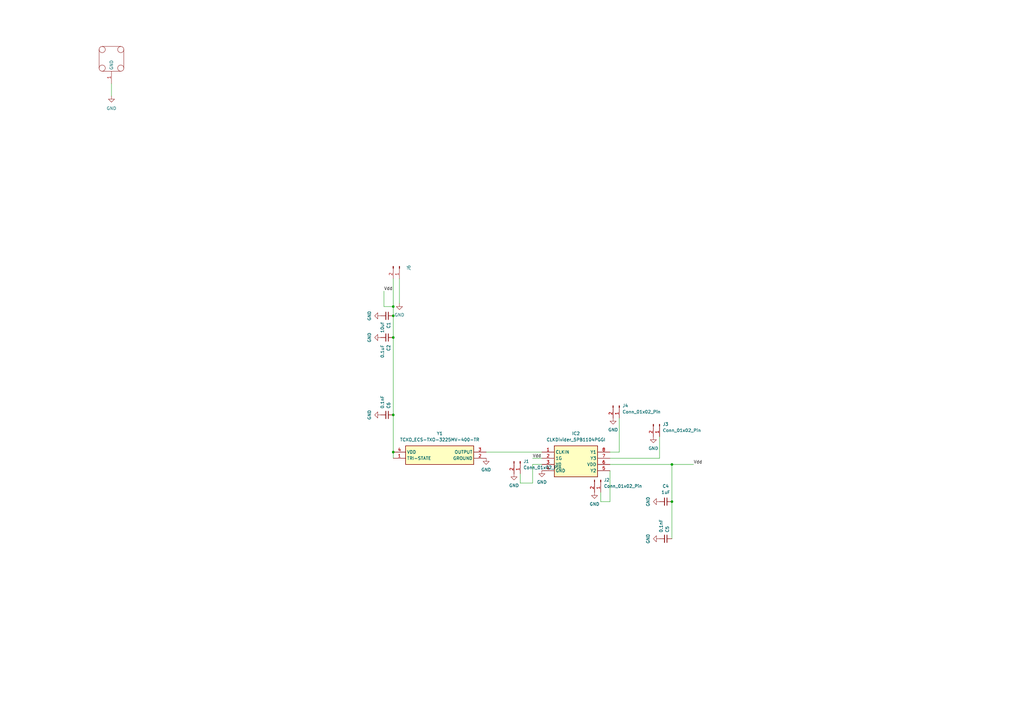
<source format=kicad_sch>
(kicad_sch (version 20231120) (generator "eeschema") (generator_version "8.0")
  (paper "A3")
  (lib_symbols
    (symbol "Connector:Conn_01x02_Pin" (pin_names (offset 1.016) hide)
      (property "Reference" "J" (at 0 2.54 0))
      (property "Value" "Conn_01x02_Pin" (at 0 -5.08 0))
      (symbol "Conn_01x02_Pin_1_1"
        (polyline (pts (xy 1.27 -2.54) (xy 0.8636 -2.54)) (stroke (width 0.1524)))
        (polyline (pts (xy 1.27 0) (xy 0.8636 0)) (stroke (width 0.1524)))
        (rectangle (start 0.8636 -2.413) (end 0 -2.667) (stroke (width 0.1524)) (fill (type outline)))
        (rectangle (start 0.8636 0.127) (end 0 -0.127) (stroke (width 0.1524)) (fill (type outline)))
        (pin passive line (at 5.08 0 180) (length 3.81) (name "Pin_1") (number "1"))
        (pin passive line (at 5.08 -2.54 180) (length 3.81) (name "Pin_2") (number "2"))
      )
    )
    (symbol "Device:C_Small" (pin_numbers hide) (pin_names (offset 0.254) hide)
      (property "Reference" "C" (at 0.254 1.778 0))
      (property "Value" "C_Small" (at 0.254 -2.032 0))
      (symbol "C_Small_0_1"
        (polyline (pts (xy -1.524 -0.508) (xy 1.524 -0.508)) (stroke (width 0.3302)))
        (polyline (pts (xy -1.524 0.508) (xy 1.524 0.508)) (stroke (width 0.3048)))
      )
      (symbol "C_Small_1_1"
        (pin passive line (at 0 2.54 270) (length 2.032) (name "~") (number "1"))
        (pin passive line (at 0 -2.54 90) (length 2.032) (name "~") (number "2"))
      )
    )
    (symbol "MUSIC_LAB:CLKDivider_5PB1104PGGI"
      (property "Reference" "IC" (at 11.938 7.874 0))
      (property "Value" "CLKDivider_5PB1104PGGI" (at 3.302 4.826 0))
      (symbol "CLKDivider_5PB1104PGGI_1_1"
        (rectangle (start 5.08 2.54) (end 22.86 -10.16) (stroke (width 0.254)) (fill (type background)))
        (pin passive line (at 0 0 0) (length 5.08) (name "CLKIN") (number "1"))
        (pin passive line (at 0 -2.54 0) (length 5.08) (name "1G") (number "2"))
        (pin passive line (at 0 -5.08 0) (length 5.08) (name "Y0") (number "3"))
        (pin passive line (at 0 -7.62 0) (length 5.08) (name "GND") (number "4"))
        (pin passive line (at 27.94 -7.62 180) (length 5.08) (name "Y2") (number "5"))
        (pin passive line (at 27.94 -5.08 180) (length 5.08) (name "VDD") (number "6"))
        (pin passive line (at 27.94 -2.54 180) (length 5.08) (name "Y3") (number "7"))
        (pin passive line (at 27.94 0 180) (length 5.08) (name "Y1") (number "8"))
      )
    )
    (symbol "MUSIC_LAB:TCXO_ECS-TXO-3225MV-400-TR"
      (property "Reference" "Y" (at 34.29 7.62 0))
      (property "Value" "TCXO_ECS-TXO-3225MV-400-TR" (at 34.29 5.08 0))
      (symbol "TCXO_ECS-TXO-3225MV-400-TR_1_1"
        (rectangle (start 5.08 2.54) (end 33.02 -5.08) (stroke (width 0.254)) (fill (type background)))
        (pin passive line (at 0 -2.54 0) (length 5.08) (name "TRI-STATE") (number "1"))
        (pin passive line (at 38.1 -2.54 180) (length 5.08) (name "GROUND") (number "2"))
        (pin passive line (at 38.1 0 180) (length 5.08) (name "OUTPUT") (number "3"))
        (pin passive line (at 0 0 0) (length 5.08) (name "VDD") (number "4"))
      )
    )
    (symbol "Radar:outline"
      (property "Reference" "outline" (at 0 6.35 0))
      (symbol "outline_0_1"
        (circle (center -3.81 -3.81) (radius 1.27))
        (circle (center -3.81 3.81) (radius 1.27))
        (polyline (pts (xy -5.08 3.81) (xy -5.08 -3.81)))
        (polyline (pts (xy -3.81 -5.08) (xy 3.81 -5.08)))
        (polyline (pts (xy 3.81 5.08) (xy -3.81 5.08)))
        (polyline (pts (xy 5.08 3.81) (xy 5.08 -3.81)))
        (circle (center 3.81 -3.81) (radius 1.27))
        (circle (center 3.81 3.81) (radius 1.27))
      )
      (symbol "outline_1_1"
        (pin free line (at -10.16 0 0) (length 5.08) (name "GND") (number "1"))
      )
    )
    (symbol "power:GND" (power) (pin_names (offset 0))
      (property "Value" "GND" (at 0 -3.81 0))
      (symbol "GND_0_1"
        (polyline (pts (xy 0 0) (xy 0 -1.27) (xy 1.27 -1.27) (xy 0 -2.54) (xy -1.27 -1.27) (xy 0 -1.27)))
      )
      (symbol "GND_1_1"
        (pin power_in line (at 0 0 270) (length 0) hide (name "GND") (number "1"))
      )
    )
  )
  (junction (at 161.29 138.43))
  (junction (at 161.29 129.54))
  (junction (at 161.29 170.18))
  (junction (at 275.59 205.74))
  (junction (at 161.29 125.73))
  (junction (at 161.29 185.42))
  (junction (at 275.59 190.5))
  (wire (pts (xy 275.59 190.5) (xy 284.48 190.5)))
  (wire (pts (xy 270.51 179.07) (xy 270.51 187.96)))
  (wire (pts (xy 161.29 129.54) (xy 161.29 138.43)))
  (wire (pts (xy 161.29 170.18) (xy 161.29 185.42)))
  (wire (pts (xy 161.29 185.42) (xy 161.29 187.96)))
  (wire (pts (xy 218.44 198.12) (xy 218.44 190.5)))
  (wire (pts (xy 275.59 190.5) (xy 275.59 205.74)))
  (wire (pts (xy 250.19 190.5) (xy 275.59 190.5)))
  (wire (pts (xy 218.44 187.96) (xy 222.25 187.96)))
  (wire (pts (xy 250.19 185.42) (xy 254 185.42)))
  (wire (pts (xy 213.36 198.12) (xy 218.44 198.12)))
  (wire (pts (xy 270.51 187.96) (xy 250.19 187.96)))
  (wire (pts (xy 45.72 34.29) (xy 45.72 39.37)))
  (wire (pts (xy 161.29 138.43) (xy 161.29 170.18)))
  (wire (pts (xy 199.39 185.42) (xy 222.25 185.42)))
  (wire (pts (xy 161.29 125.73) (xy 161.29 129.54)))
  (wire (pts (xy 161.29 114.3) (xy 161.29 125.73)))
  (wire (pts (xy 246.38 201.93) (xy 246.38 205.74)))
  (wire (pts (xy 246.38 205.74) (xy 250.19 205.74)))
  (wire (pts (xy 254 171.45) (xy 254 185.42)))
  (wire (pts (xy 157.48 125.73) (xy 161.29 125.73)))
  (wire (pts (xy 213.36 194.31) (xy 213.36 198.12)))
  (wire (pts (xy 218.44 190.5) (xy 222.25 190.5)))
  (wire (pts (xy 275.59 205.74) (xy 275.59 220.98)))
  (wire (pts (xy 163.83 114.3) (xy 163.83 124.46)))
  (wire (pts (xy 157.48 119.38) (xy 157.48 125.73)))
  (wire (pts (xy 250.19 205.74) (xy 250.19 193.04)))
  (label "Vdd" (at 157.48 119.38 0))
  (label "Vdd" (at 284.48 190.5 0))
  (label "Vdd" (at 218.44 187.96 0))
  (symbol (lib_id "power:GND") (at 270.51 205.74 270) (unit 1)
    (property "Reference" "#PWR08" (effects (hide yes)))
    (property "Value" "GND" (at 265.811 205.74 0))
  )
  (symbol (lib_id "Connector:Conn_01x02_Pin") (at 163.83 109.22 270) (unit 1)
    (property "Reference" "J6" (at 167.64 109.855 0))
    (property "Value" "Conn_01x02_Pin" (effects (hide yes)))
    (property "Footprint" "Connector_JST:JST_XH_B2B-XH-A_1x02_P2.50mm_Vertical" (effects (hide yes)))
  )
  (symbol (lib_id "Device:C_Small") (at 158.75 138.43 270) (unit 1)
    (property "Reference" "C2" (at 159.3787 141.351 0) (effects (justify left)))
    (property "Value" "0.1uF" (at 156.8387 141.351 0) (effects (justify left)))
    (property "Footprint" "Capacitor_SMD:C_0603_1608Metric" (effects (hide yes)))
  )
  (symbol (lib_id "power:GND") (at 210.82 194.31 0) (unit 1)
    (property "Reference" "#PWR02" (effects (hide yes)))
    (property "Value" "GND" (at 210.82 199.136 0))
  )
  (symbol (lib_id "Device:C_Small") (at 158.75 129.54 270) (unit 1)
    (property "Reference" "C1" (at 159.3787 132.08 0) (effects (justify left)))
    (property "Value" "10uf" (at 156.8387 132.08 0) (effects (justify left)))
    (property "Footprint" "Capacitor_SMD:C_0603_1608Metric" (effects (hide yes)))
  )
  (symbol (lib_id "power:GND") (at 163.83 124.46 0) (unit 1)
    (property "Reference" "#PWR016" (effects (hide yes)))
    (property "Value" "GND" (at 163.83 129.159 0))
  )
  (symbol (lib_id "power:GND") (at 156.21 129.54 270) (unit 1)
    (property "Reference" "#PWR012" (effects (hide yes)))
    (property "Value" "GND" (at 151.511 129.54 0))
  )
  (symbol (lib_id "Radar:outline") (at 45.72 24.13 90) (unit 1)
    (property "Reference" "outline1" (effects (hide yes)))
    (property "Footprint" "MUSIC_Lab:Outline_3x2_cavity_20231207" (effects (hide yes)))
  )
  (symbol (lib_id "Connector:Conn_01x02_Pin") (at 246.38 196.85 270) (unit 1)
    (property "Reference" "J2" (at 247.65 196.85 90) (effects (justify left)))
    (property "Value" "Conn_01x02_Pin" (at 247.65 199.39 90) (effects (justify left)))
    (property "Footprint" "MUSIC_Lab:SMA_KHD_Back" (effects (hide yes)))
  )
  (symbol (lib_id "Connector:Conn_01x02_Pin") (at 213.36 189.23 270) (unit 1)
    (property "Reference" "J1" (at 214.63 189.23 90) (effects (justify left)))
    (property "Value" "Conn_01x02_Pin" (at 214.63 191.77 90) (effects (justify left)))
    (property "Footprint" "Connector_PinHeader_2.54mm:PinHeader_1x02_P2.54mm_Vertical" (effects (hide yes)))
  )
  (symbol (lib_id "power:GND") (at 243.84 201.93 0) (unit 1)
    (property "Reference" "#PWR03" (effects (hide yes)))
    (property "Value" "GND" (at 243.84 206.756 0))
  )
  (symbol (lib_id "Device:C_Small") (at 273.05 205.74 270) (unit 1)
    (property "Reference" "C4" (at 273.0436 199.39 90))
    (property "Value" "1uF" (at 273.0436 201.93 90))
    (property "Footprint" "Capacitor_SMD:C_0603_1608Metric" (effects (hide yes)))
  )
  (symbol (lib_id "power:GND") (at 270.51 220.98 270) (unit 1)
    (property "Reference" "#PWR09" (effects (hide yes)))
    (property "Value" "GND" (at 265.811 220.98 0))
  )
  (symbol (lib_id "MUSIC_LAB:CLKDivider_5PB1104PGGI") (at 222.25 185.42 0) (unit 1)
    (property "Reference" "IC2" (at 236.22 177.8 0))
    (property "Value" "CLKDivider_5PB1104PGGI" (at 236.22 180.34 0))
    (property "Footprint" "MUSIC_Lab:CLKDivider_SOP65P640X120-8N" (effects (hide yes)))
    (property "Datasheet" "https://componentsearchengine.com/Datasheets/1/5PB1104PGGI.pdf" (effects (hide yes)))
    (property "Description" "The 5PB1104 is a high-performance 1:4 LVCMOS clock buffer. It has best-in-class Additive Phase Jitter of 50 fsec RMS.The 5PB1104 also supports an Output Enable function. It is available in 8-pin DFN and TSSOP packages and can operate from a 1.8 V to 3.3 V supply." (effects (hide yes)))
    (property "Height" "1.2" (effects (hide yes)))
    (property "Mouser Part Number" "972-5PB1104PGGI" (effects (hide yes)))
    (property "Mouser Price/Stock" "https://www.mouser.com/Search/Refine.aspx?Keyword=972-5PB1104PGGI" (effects (hide yes)))
    (property "Manufacturer_Name" "Renesas Electronics" (effects (hide yes)))
    (property "Manufacturer_Part_Number" "5PB1104PGGI" (effects (hide yes)))
  )
  (symbol (lib_id "power:GND") (at 45.72 39.37 0) (unit 1)
    (property "Reference" "#PWR01" (effects (hide yes)))
    (property "Value" "GND" (at 45.72 44.45 0))
  )
  (symbol (lib_id "power:GND") (at 267.97 179.07 0) (unit 1)
    (property "Reference" "#PWR04" (effects (hide yes)))
    (property "Value" "GND" (at 267.97 183.896 0))
  )
  (symbol (lib_id "power:GND") (at 222.25 193.04 0) (mirror y) (unit 1)
    (property "Reference" "#PWR05" (effects (hide yes)))
    (property "Value" "GND" (at 222.25 197.739 0))
  )
  (symbol (lib_id "power:GND") (at 156.21 170.18 270) (unit 1)
    (property "Reference" "#PWR015" (effects (hide yes)))
    (property "Value" "GND" (at 151.511 170.18 0))
  )
  (symbol (lib_id "Device:C_Small") (at 273.05 220.98 270) (unit 1)
    (property "Reference" "C5" (at 273.6787 218.44 0) (effects (justify right)))
    (property "Value" "0.1nF" (at 271.1387 218.44 0) (effects (justify right)))
    (property "Footprint" "Capacitor_SMD:C_0603_1608Metric" (effects (hide yes)))
  )
  (symbol (lib_id "Connector:Conn_01x02_Pin") (at 254 166.37 270) (unit 1)
    (property "Reference" "J4" (at 255.27 166.37 90) (effects (justify left)))
    (property "Value" "Conn_01x02_Pin" (at 255.27 168.91 90) (effects (justify left)))
    (property "Footprint" "MUSIC_Lab:SMA_KHD_Back" (effects (hide yes)))
  )
  (symbol (lib_id "MUSIC_LAB:TCXO_ECS-TXO-3225MV-400-TR") (at 161.29 185.42 0) (unit 1)
    (property "Reference" "Y1" (at 180.34 177.8 0))
    (property "Value" "TCXO_ECS-TXO-3225MV-400-TR" (at 180.34 180.34 0))
    (property "Footprint" "MUSIC_Lab:TXCO_ECSTXO3225MV400TR" (effects (hide yes)))
    (property "Datasheet" "https://ecsxtal.com/store/pdf/ECS-TXO-3225MV.pdf" (effects (hide yes)))
    (property "Description" "TCXO Oscillators 40.000 MHZ Multi-Volt +1.7 3.6V HCMOS TCXO +/-2.5 ppm -30 +85 C 3.2x 2.5mm RoHS" (effects (hide yes)))
    (property "Height" "1.2" (effects (hide yes)))
    (property "Mouser Part Number" "520-TXO-3225MV-400TR" (effects (hide yes)))
    (property "Mouser Price/Stock" "https://www.mouser.co.uk/ProductDetail/ECS/ECS-TXO-3225MV-400-TR?qs=tlsG%2FOw5FFiHT%2Fa9UmPu8Q%3D%3D" (effects (hide yes)))
    (property "Manufacturer_Name" "ECS" (effects (hide yes)))
    (property "Manufacturer_Part_Number" "ECS-TXO-3225MV-400-TR" (effects (hide yes)))
  )
  (symbol (lib_id "power:GND") (at 251.46 171.45 0) (unit 1)
    (property "Reference" "#PWR06" (effects (hide yes)))
    (property "Value" "GND" (at 251.46 176.276 0))
  )
  (symbol (lib_id "Connector:Conn_01x02_Pin") (at 270.51 173.99 270) (unit 1)
    (property "Reference" "J3" (at 271.78 173.99 90) (effects (justify left)))
    (property "Value" "Conn_01x02_Pin" (at 271.78 176.53 90) (effects (justify left)))
    (property "Footprint" "MUSIC_Lab:SMA_KHD_Back" (effects (hide yes)))
  )
  (symbol (lib_id "Device:C_Small") (at 158.75 170.18 270) (unit 1)
    (property "Reference" "C6" (at 159.3787 167.64 0) (effects (justify right)))
    (property "Value" "0.1nF" (at 156.8387 167.64 0) (effects (justify right)))
    (property "Footprint" "Capacitor_SMD:C_0603_1608Metric" (effects (hide yes)))
  )
  (symbol (lib_id "power:GND") (at 156.21 138.43 270) (unit 1)
    (property "Reference" "#PWR013" (effects (hide yes)))
    (property "Value" "GND" (at 151.511 138.43 0))
  )
  (symbol (lib_id "power:GND") (at 199.39 187.96 0) (mirror y) (unit 1)
    (property "Reference" "#PWR017" (effects (hide yes)))
    (property "Value" "GND" (at 199.39 192.659 0))
  )
)
</source>
